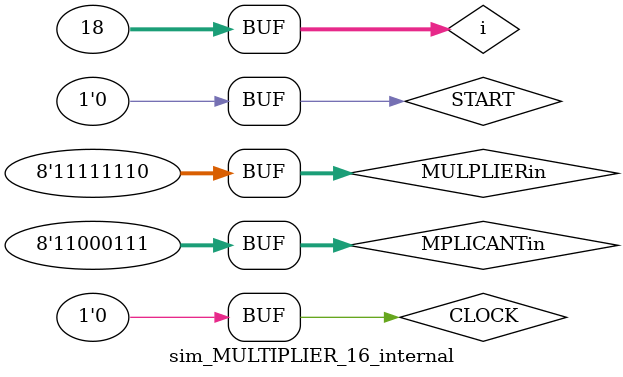
<source format=v>
`timescale 1ns / 1ps


module sim_MULTIPLIER_16_internal();
    wire [15:0] PRODUCT;
    reg [7:0] MPLICANTin;
    reg   [7:0] MULPLIERin;
    reg   START;
    reg   CLOCK;
    wire [7:0] accu_out;
    wire [7:0] summer_out;
    wire [7:0] accu_in;
    wire [7:0] MplicantORnot;
//    wire [7:0] MPLICANT;
//    wire [7:0] MULPLIER;
    wire S_MplicantORnot;
    wire CLOCK_OR_NOT;
    wire DONE;
    wire Sum8Cout;
//    SHIFTREGISTER_8 MPLICANTREG(
//        .P_OUT(MPLICANT),   // Will go to summer
//        .S_OUT(),          // Does not need this either          
//        .P_IN(MPLICANTin),  
//        .S_IN(0),           // This does not matter since it MPLICANT does not shift
//        .SHIFT_LOAD(0),     // Accu does not need to shift
//        .CLOCK(1));          // Why need clock when you never use it?
//    SHIFTREGISTER_8 MULPLIERREG(
//        .P_OUT(MULPLIER),   // Will go to summer
//        .S_OUT(),          // Does not need this either          
//        .P_IN(MULPLIERin),  
//        .S_IN(0),           // This does not matter since it MPLICANT does not shift
//        .SHIFT_LOAD(0),     // does not need to shift
//        .CLOCK(1));          // Why need clock when you never use it?
    MUX_16_8 muxMplicantORnot(
        .OUT(MplicantORnot),
        .S(S_MplicantORnot),
        .OPT0(8'b0000000),
        .OPT1(MPLICANTin));
    MUX_16_8 loadAccu(
        .OUT(accu_in),
        .S(START),
        .OPT0({Sum8Cout,summer_out[7:1]}),
        .OPT1(8'b0000000));   
    SHIFTREGISTER_8 ACCU(
        .P_OUT(accu_out),   // Will go to summer
        .S_OUT(),          // Does not need this either          
        .P_IN(accu_in),  // Take in from output of summer 
        .S_IN(0),           // This does not matter since it Accu does not shift
        .SHIFT_LOAD(0),     // Accu does not need to shift
        .CLOCK(CLOCK_OR_NOT));
    SUMMER_8 sum8(
        .OUT(summer_out),
        .Cout(Sum8Cout),
        .A(accu_out),
        .B(MplicantORnot),
        .Cin(0));       // Does not need Cin
    MUX_2_1 muxClock(
        .OUT(CLOCK_OR_NOT),
        .S(DONE),
        .OPT1(0),   // No Clock when DONE=1
        .OPT0(CLOCK));
    COUNTER_17 counter(
        .DONE(DONE),
        .CLEAR(START),
        .CLOCK(CLOCK));
    SHIFTREGISTER_17 PRODUCT_REG(
        .P_OUT(PRODUCT),   // TODO- 17 to 16 bit still correct?
        .S_OUT(S_MplicantORnot),          // Does not need this either          
        .P_IN({9'b0,MULPLIERin}),                
        .S_IN(summer_out[0]),
        .SHIFT_LOAD(!START),     // load when START=1, otherwise SHIFT
        .CLOCK(CLOCK_OR_NOT));    
    integer i;
    initial begin
        #5 CLOCK=1;
        #5 CLOCK=0;
        START<=1;
        MPLICANTin<=8'd11111111;
        MULPLIERin<=8'b11111110;
        #5 CLOCK=1;
        #5 CLOCK=0;
        #5 CLOCK=1;
        #5 CLOCK=0;
        START<=0;
        for(i=0;i<18;i=i+1) begin
            #5 CLOCK=1;
            #5 CLOCK=0;
        end
    end   
endmodule

</source>
